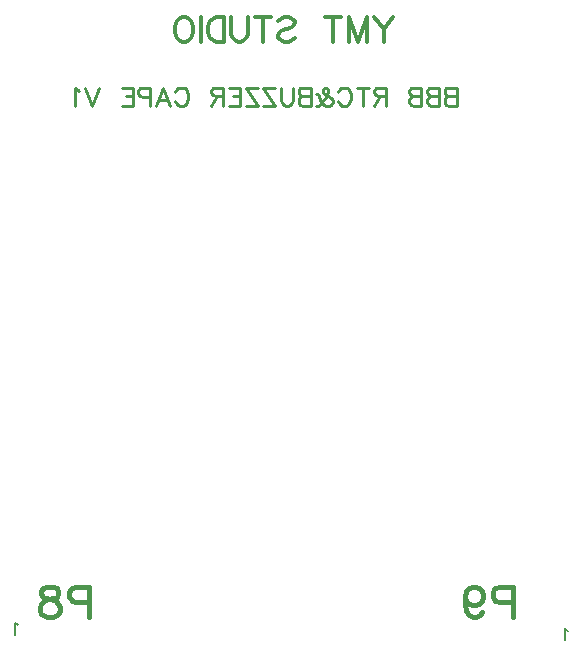
<source format=gbr>
G04 DipTrace 3.0.0.1*
G04 BottomSilk.gbr*
%MOMM*%
G04 #@! TF.FileFunction,Legend,Bot*
G04 #@! TF.Part,Single*
%ADD63C,0.39216*%
%ADD65C,0.15686*%
%ADD66C,0.31373*%
%ADD67C,0.23529*%
%FSLAX35Y35*%
G04*
G71*
G90*
G75*
G01*
G04 BotSilk*
%LPD*%
X1366777Y2088477D2*
D63*
X1257277D1*
X1221058Y2100550D1*
X1208704Y2112904D1*
X1196631Y2137050D1*
Y2173550D1*
X1208704Y2197696D1*
X1221058Y2210050D1*
X1257277Y2222123D1*
X1366777D1*
Y1966904D1*
X1057554Y2221842D2*
X1093773Y2209769D1*
X1106127Y2185623D1*
Y2161196D1*
X1093773Y2137050D1*
X1069627Y2124696D1*
X1021054Y2112623D1*
X984554Y2100550D1*
X960408Y2076123D1*
X948335Y2051977D1*
Y2015477D1*
X960408Y1991331D1*
X972481Y1978977D1*
X1008981Y1966904D1*
X1057554D1*
X1093773Y1978977D1*
X1106127Y1991331D1*
X1118200Y2015477D1*
Y2051977D1*
X1106127Y2076123D1*
X1081700Y2100550D1*
X1045481Y2112623D1*
X996908Y2124696D1*
X972481Y2137050D1*
X960408Y2161196D1*
Y2185623D1*
X972481Y2209769D1*
X1008981Y2221842D1*
X1057554D1*
X4951652Y2088477D2*
X4842152D1*
X4805933Y2100550D1*
X4793579Y2112904D1*
X4781506Y2137050D1*
Y2173550D1*
X4793579Y2197696D1*
X4805933Y2210050D1*
X4842152Y2222123D1*
X4951652D1*
Y1966904D1*
X4545001Y2137050D2*
X4557355Y2100550D1*
X4581501Y2076123D1*
X4618001Y2064050D1*
X4630074D1*
X4666574Y2076123D1*
X4690720Y2100550D1*
X4703074Y2137050D1*
Y2149123D1*
X4690720Y2185623D1*
X4666574Y2209769D1*
X4630074Y2221842D1*
X4618001D1*
X4581501Y2209769D1*
X4557355Y2185623D1*
X4545001Y2137050D1*
Y2076123D1*
X4557355Y2015477D1*
X4581501Y1978977D1*
X4618001Y1966904D1*
X4642147D1*
X4678647Y1978977D1*
X4690720Y2003404D1*
X3937108Y7040413D2*
D66*
X3859391Y6943155D1*
Y6836238D1*
X3781674Y7040413D2*
X3859391Y6943155D1*
X3563495Y6836238D2*
Y7040413D1*
X3641212Y6836238D1*
X3718929Y7040413D1*
Y6836238D1*
X3432691Y7040413D2*
Y6836238D1*
X3500750Y7040413D2*
X3364633D1*
X2968256Y7011213D2*
X2987573Y7030755D1*
X3016773Y7040413D1*
X3055632D1*
X3084832Y7030755D1*
X3104373Y7011213D1*
Y6991896D1*
X3094490Y6972355D1*
X3084832Y6962696D1*
X3065515Y6953038D1*
X3007115Y6933496D1*
X2987573Y6923838D1*
X2977915Y6913955D1*
X2968256Y6894638D1*
Y6865438D1*
X2987573Y6846121D1*
X3016773Y6836238D1*
X3055632D1*
X3084832Y6846121D1*
X3104373Y6865438D1*
X2837453Y7040413D2*
Y6836238D1*
X2905511Y7040413D2*
X2769394D1*
X2706649D2*
Y6894638D1*
X2696991Y6865438D1*
X2677449Y6846121D1*
X2648249Y6836238D1*
X2628932D1*
X2599732Y6846121D1*
X2580191Y6865438D1*
X2570532Y6894638D1*
Y7040413D1*
X2507787D2*
Y6836238D1*
X2439729D1*
X2410529Y6846121D1*
X2390987Y6865438D1*
X2381329Y6884979D1*
X2371670Y6913955D1*
Y6962696D1*
X2381329Y6991896D1*
X2390987Y7011213D1*
X2410529Y7030755D1*
X2439729Y7040413D1*
X2507787D1*
X2308925D2*
Y6836238D1*
X2187780Y7040413D2*
X2207322Y7030755D1*
X2226639Y7011213D1*
X2236522Y6991896D1*
X2246180Y6962696D1*
Y6913955D1*
X2236522Y6884979D1*
X2226639Y6865438D1*
X2207322Y6846121D1*
X2187780Y6836238D1*
X2148922D1*
X2129605Y6846121D1*
X2110063Y6865438D1*
X2100405Y6884979D1*
X2090746Y6913955D1*
Y6962696D1*
X2100405Y6991896D1*
X2110063Y7011213D1*
X2129605Y7030755D1*
X2148922Y7040413D1*
X2187780D1*
X4476620Y6446977D2*
D67*
Y6293845D1*
X4410920D1*
X4389020Y6301257D1*
X4381776Y6308501D1*
X4374532Y6322989D1*
Y6344889D1*
X4381776Y6359545D1*
X4389020Y6366789D1*
X4410920Y6374033D1*
X4389020Y6381445D1*
X4381776Y6388689D1*
X4374532Y6403177D1*
Y6417833D1*
X4381776Y6432320D1*
X4389020Y6439733D1*
X4410920Y6446977D1*
X4476620D1*
Y6374033D2*
X4410920D1*
X4327473Y6446977D2*
Y6293845D1*
X4261773D1*
X4239873Y6301257D1*
X4232630Y6308501D1*
X4225386Y6322989D1*
Y6344889D1*
X4232630Y6359545D1*
X4239873Y6366789D1*
X4261773Y6374033D1*
X4239873Y6381445D1*
X4232630Y6388689D1*
X4225386Y6403177D1*
Y6417833D1*
X4232630Y6432320D1*
X4239873Y6439733D1*
X4261773Y6446977D1*
X4327473D1*
Y6374033D2*
X4261773D1*
X4178327Y6446977D2*
Y6293845D1*
X4112627D1*
X4090727Y6301257D1*
X4083483Y6308501D1*
X4076239Y6322989D1*
Y6344889D1*
X4083483Y6359545D1*
X4090727Y6366789D1*
X4112627Y6374033D1*
X4090727Y6381445D1*
X4083483Y6388689D1*
X4076239Y6403177D1*
Y6417833D1*
X4083483Y6432320D1*
X4090727Y6439733D1*
X4112627Y6446977D1*
X4178327D1*
Y6374033D2*
X4112627D1*
X3881045D2*
X3815513D1*
X3793613Y6381445D1*
X3786201Y6388689D1*
X3778957Y6403177D1*
Y6417833D1*
X3786201Y6432320D1*
X3793613Y6439733D1*
X3815513Y6446977D1*
X3881045D1*
Y6293845D1*
X3830001Y6374033D2*
X3778957Y6293845D1*
X3680854Y6446977D2*
Y6293845D1*
X3731898Y6446977D2*
X3629810D1*
X3473420Y6410589D2*
X3480664Y6425077D1*
X3495320Y6439733D1*
X3509808Y6446977D1*
X3538952D1*
X3553608Y6439733D1*
X3568096Y6425077D1*
X3575508Y6410589D1*
X3582752Y6388689D1*
Y6352133D1*
X3575508Y6330401D1*
X3568096Y6315745D1*
X3553608Y6301257D1*
X3538952Y6293845D1*
X3509808D1*
X3495320Y6301257D1*
X3480664Y6315745D1*
X3473420Y6330401D1*
X3287886Y6395933D2*
X3295298D1*
X3302542Y6388520D1*
X3309786Y6374033D1*
X3324442Y6337645D1*
X3338930Y6315745D1*
X3353417Y6301089D1*
X3368074Y6293845D1*
X3397217D1*
X3411705Y6301089D1*
X3419117Y6308501D1*
X3426361Y6322989D1*
Y6337645D1*
X3419117Y6352133D1*
X3411705Y6359377D1*
X3360830Y6388520D1*
X3353417Y6395933D1*
X3346174Y6410420D1*
Y6425077D1*
X3353417Y6439564D1*
X3368074Y6446808D1*
X3382561Y6439564D1*
X3389974Y6425077D1*
Y6410420D1*
X3382561Y6388520D1*
X3368074Y6366789D1*
X3331686Y6315745D1*
X3317030Y6301089D1*
X3302542Y6293845D1*
X3287886D1*
X3240827Y6446977D2*
Y6293845D1*
X3175127D1*
X3153227Y6301257D1*
X3145983Y6308501D1*
X3138739Y6322989D1*
Y6344889D1*
X3145983Y6359545D1*
X3153227Y6366789D1*
X3175127Y6374033D1*
X3153227Y6381445D1*
X3145983Y6388689D1*
X3138739Y6403177D1*
Y6417833D1*
X3145983Y6432320D1*
X3153227Y6439733D1*
X3175127Y6446977D1*
X3240827D1*
Y6374033D2*
X3175127D1*
X3091681Y6446977D2*
Y6337645D1*
X3084437Y6315745D1*
X3069781Y6301257D1*
X3047881Y6293845D1*
X3033393D1*
X3011493Y6301257D1*
X2996837Y6315745D1*
X2989593Y6337645D1*
Y6446977D1*
X2942534D2*
X2840446D1*
X2942534Y6293845D1*
X2840446D1*
X2793388Y6446977D2*
X2691300D1*
X2793388Y6293845D1*
X2691300D1*
X2549566Y6446977D2*
X2644241D1*
Y6293845D1*
X2549566D1*
X2644241Y6374033D2*
X2585953D1*
X2502507D2*
X2436975D1*
X2415075Y6381445D1*
X2407663Y6388689D1*
X2400419Y6403177D1*
Y6417833D1*
X2407663Y6432320D1*
X2415075Y6439733D1*
X2436975Y6446977D1*
X2502507D1*
Y6293845D1*
X2451463Y6374033D2*
X2400419Y6293845D1*
X2095893Y6410589D2*
X2103137Y6425077D1*
X2117793Y6439733D1*
X2132281Y6446977D1*
X2161425D1*
X2176081Y6439733D1*
X2190568Y6425077D1*
X2197981Y6410589D1*
X2205225Y6388689D1*
Y6352133D1*
X2197981Y6330401D1*
X2190568Y6315745D1*
X2176081Y6301257D1*
X2161425Y6293845D1*
X2132281D1*
X2117793Y6301257D1*
X2103137Y6315745D1*
X2095893Y6330401D1*
X1932090Y6293845D2*
X1990547Y6446977D1*
X2048834Y6293845D1*
X2026934Y6344889D2*
X1953990D1*
X1885032Y6366789D2*
X1819332D1*
X1797600Y6374033D1*
X1790188Y6381445D1*
X1782944Y6395933D1*
Y6417833D1*
X1790188Y6432320D1*
X1797600Y6439733D1*
X1819332Y6446977D1*
X1885032D1*
Y6293845D1*
X1641210Y6446977D2*
X1735885D1*
Y6293845D1*
X1641210D1*
X1735885Y6374033D2*
X1677597D1*
X1446015Y6446977D2*
X1387727Y6293845D1*
X1329440Y6446977D1*
X1282381Y6417664D2*
X1267725Y6425077D1*
X1245825Y6446808D1*
Y6293845D1*
X760607Y1895998D2*
D65*
X750836Y1900940D1*
X736236Y1915428D1*
Y1813452D1*
X5416607Y1848665D2*
X5406836Y1853607D1*
X5392236Y1868094D1*
Y1766119D1*
M02*

</source>
